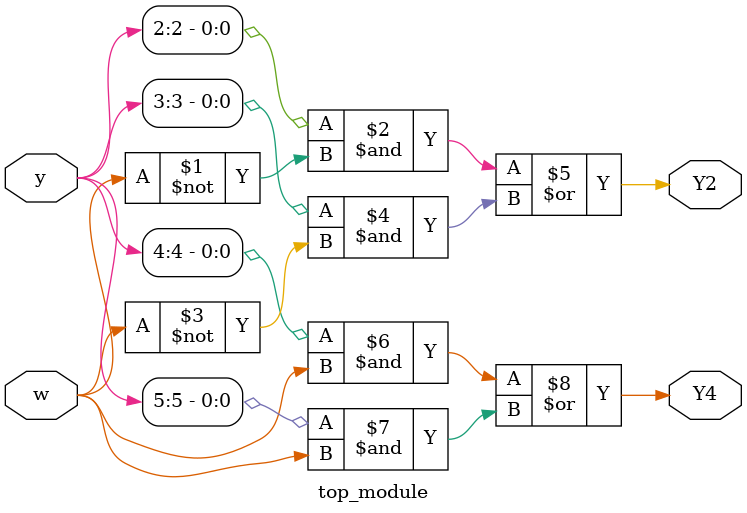
<source format=sv>
module top_module (
    input [6:1] y,
    input w,
    output Y2,
    output Y4
);

assign Y2 = (y[2] & ~w) | (y[3] & ~w);
assign Y4 = (y[4] & w) | (y[5] & w);

endmodule

</source>
